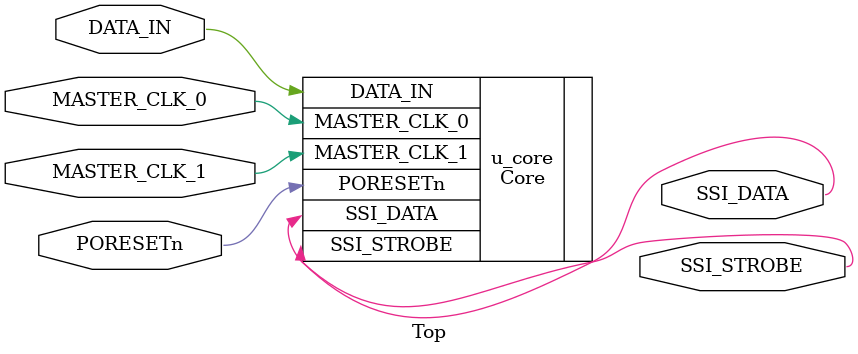
<source format=v>
module Top (
  input   wire          MASTER_CLK_0,
  input   wire          MASTER_CLK_1,

  input   wire          PORESETn,

  input   wire          DATA_IN,

  // SSI
  output  wire          SSI_STROBE,
  output  wire          SSI_DATA
);

  Core u_core (
    .MASTER_CLK_0       (MASTER_CLK_0),
    .MASTER_CLK_1       (MASTER_CLK_1),

    .PORESETn           (PORESETn),

    .DATA_IN            (DATA_IN),

    .SSI_STROBE         (SSI_STROBE),
    .SSI_DATA           (SSI_DATA)
  );

endmodule

</source>
